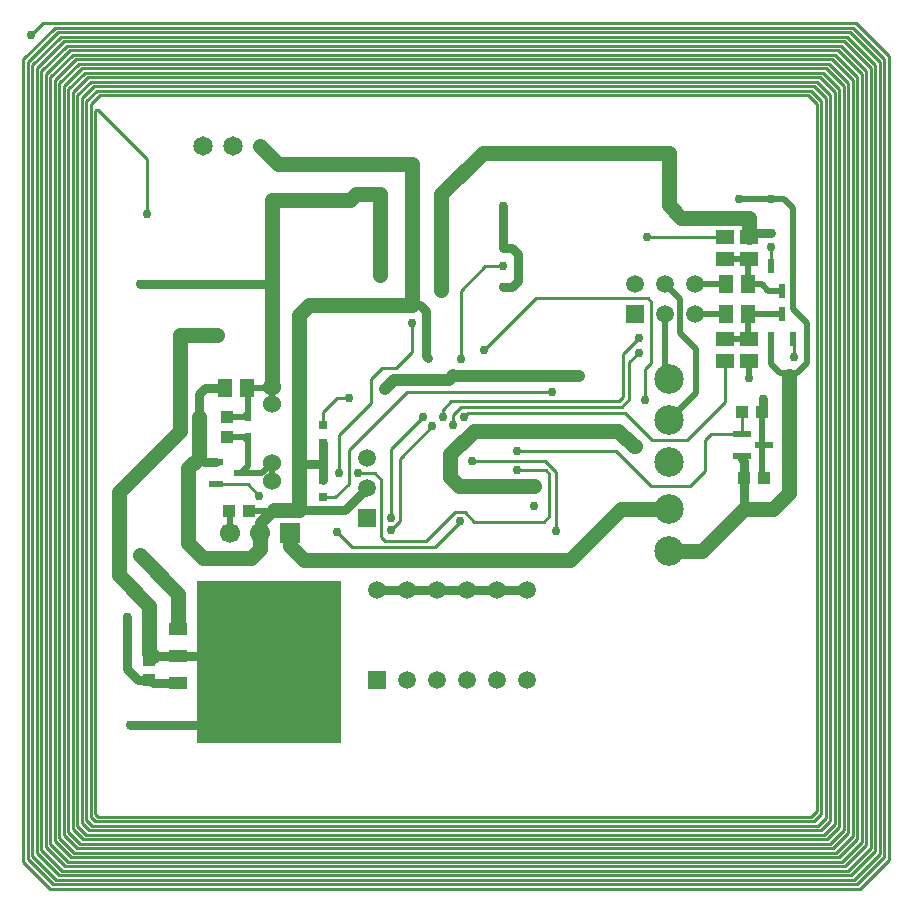
<source format=gbl>
%FSDAX24Y24*%
%MOIN*%
%SFA1B1*%

%IPPOS*%
%ADD11C,0.010000*%
%ADD22R,0.039400X0.043300*%
%ADD24R,0.043300X0.039400*%
%ADD26R,0.051200X0.059100*%
%ADD33R,0.051200X0.023600*%
%ADD35R,0.059100X0.051200*%
%ADD64C,0.030000*%
%ADD65C,0.050000*%
%ADD66C,0.020000*%
%ADD69C,0.059100*%
%ADD70R,0.059100X0.059100*%
%ADD71R,0.066900X0.066900*%
%ADD72C,0.066900*%
%ADD73C,0.060000*%
%ADD74C,0.059100*%
%ADD75R,0.059100X0.059100*%
%ADD76R,0.059100X0.059100*%
%ADD77C,0.065000*%
%ADD78C,0.098400*%
%ADD79C,0.030000*%
%ADD80R,0.023600X0.051200*%
%ADD81R,0.059100X0.023600*%
%ADD82R,0.061000X0.043300*%
%ADD83R,0.061000X0.043300*%
%ADD84R,0.061000X0.135800*%
%ADD85R,0.031500X0.031500*%
%ADD86R,0.021700X0.057100*%
%ADD87C,0.040000*%
%ADD88R,0.480000X0.543000*%
%LNde-150824-1*%
%LPD*%
G54D11*
X010400Y011250D02*
Y038000D01*
X011300Y010350D02*
X038300D01*
X010400Y011250D02*
X011300Y010350D01*
X010550Y011350D02*
Y037900D01*
Y011350D02*
X011400Y010500D01*
X038200*
X010700Y011450D02*
Y037800D01*
Y011450D02*
X011500Y010650D01*
X038100*
X010850Y011550D02*
Y037700D01*
X011600Y010800D02*
X038000D01*
X010850Y011550D02*
X011600Y010800D01*
X011000Y011650D02*
Y037600D01*
Y011650D02*
X011700Y010950D01*
X037900*
X011150Y011750D02*
X011800Y011100D01*
X037800*
X011150Y011750D02*
Y037500D01*
X011300Y011850D02*
X011900Y011250D01*
X037700*
X011300Y011850D02*
Y037400D01*
X012000Y011400D02*
X037600D01*
X011450Y011950D02*
Y037300D01*
Y011950D02*
X012000Y011400D01*
X011600Y012050D02*
Y037200D01*
X012100Y011550D02*
X037500D01*
X011600Y012050D02*
X012100Y011550D01*
X011750Y012150D02*
X012200Y011700D01*
X037400*
X011750Y012150D02*
Y037100D01*
X012300Y011850D02*
X037300D01*
X011900Y012250D02*
Y037000D01*
Y012250D02*
X012300Y011850D01*
X012050Y012350D02*
Y036900D01*
X012400Y012000D02*
X037200D01*
X012050Y012350D02*
X012400Y012000D01*
X012200Y012450D02*
Y036800D01*
X012500Y012150D02*
X037100D01*
X012200Y012450D02*
X012500Y012150D01*
X012650Y012750D02*
Y036500D01*
X012800Y012600D02*
X036750D01*
X012650Y012750D02*
X012800Y012600D01*
Y012850D02*
Y036285D01*
X012900Y012750D02*
X036650D01*
X012800Y012850D02*
X012900Y012750D01*
X012350Y012550D02*
X012600Y012300D01*
X037000*
X012350Y012550D02*
Y036700D01*
X037000Y012300D02*
X037300Y012600D01*
Y036800*
X037450Y012500D02*
Y036900D01*
X037100Y012150D02*
X037450Y012500D01*
X037600Y012400D02*
Y037000D01*
X037200Y012000D02*
X037600Y012400D01*
X037750Y012300D02*
Y037100D01*
X037300Y011850D02*
X037750Y012300D01*
X037900Y012200D02*
Y037200D01*
X037400Y011700D02*
X037900Y012200D01*
X037500Y011550D02*
X038050Y012100D01*
Y037300*
X038200Y012000D02*
Y037400D01*
X037600Y011400D02*
X038200Y012000D01*
X037700Y011250D02*
X038350Y011900D01*
Y037500*
X037800Y011100D02*
X038500Y011800D01*
Y037600*
X037900Y010950D02*
X038650Y011700D01*
Y037700*
X038800Y011600D02*
Y037800D01*
X038000Y010800D02*
X038800Y011600D01*
X038950Y011500D02*
Y037900D01*
X038100Y010650D02*
X038950Y011500D01*
X039100Y011400D02*
Y038000D01*
X038200Y010500D02*
X039100Y011400D01*
X039250Y011300D02*
Y038100D01*
X038300Y010350D02*
X039250Y011300D01*
X012700Y012450D02*
X036900D01*
X037150Y012700D02*
Y036700D01*
X036900Y012450D02*
X037150Y012700D01*
X037000Y012850D02*
Y036600D01*
X036750Y012600D02*
X037000Y012850D01*
X036650Y012750D02*
X036850Y012950D01*
Y036500*
X012500Y012650D02*
X012700Y012450D01*
X036950Y037400D02*
X037450Y036900D01*
X012550Y037400D02*
X036950D01*
X037050Y037550D02*
X037600Y037000D01*
X012450Y037550D02*
X037050D01*
X012350Y037700D02*
X037150D01*
X037750Y037100*
X037250Y037850D02*
X037900Y037200D01*
X012250Y037850D02*
X037250D01*
X037350Y038000D02*
X038050Y037300D01*
X012150Y038000D02*
X037350D01*
X037450Y038150D02*
X038200Y037400D01*
X012050Y038150D02*
X037450D01*
X037550Y038300D02*
X038350Y037500D01*
X011950Y038300D02*
X037550D01*
X011850Y038450D02*
X037650D01*
X038500Y037600*
X011750Y038600D02*
X037750D01*
X038650Y037700*
X011650Y038750D02*
X037850D01*
X038800Y037800*
X011550Y038900D02*
X037950D01*
X038950Y037900*
X038050Y039050D02*
X039100Y038000D01*
X011450Y039050D02*
X038050D01*
X036850Y037250D02*
X037300Y036800D01*
X012650Y037250D02*
X036850D01*
X036750Y037100D02*
X037150Y036700D01*
X012750Y037100D02*
X036750D01*
X036650Y036950D02*
X037000Y036600D01*
X012850Y036950D02*
X036650D01*
X036550Y036800D02*
X036850Y036500D01*
X012950Y036800D02*
X036550D01*
X038150Y039200D02*
X039250Y038100D01*
X011050Y039200D02*
X038150D01*
X012650Y036500D02*
X012950Y036800D01*
X012500Y036600D02*
X012850Y036950D01*
X012500Y012650D02*
Y036600D01*
X012350Y036700D02*
X012750Y037100D01*
X012200Y036800D02*
X012650Y037250D01*
X012050Y036900D02*
X012550Y037400D01*
X011900Y037000D02*
X012450Y037550D01*
X011750Y037100D02*
X012350Y037700D01*
X011600Y037200D02*
X012250Y037850D01*
X011450Y037300D02*
X012150Y038000D01*
X011300Y037400D02*
X012050Y038150D01*
X011150Y037500D02*
X011950Y038300D01*
X011000Y037600D02*
X011850Y038450D01*
X010850Y037700D02*
X011750Y038600D01*
X010700Y037800D02*
X011650Y038750D01*
X010550Y037900D02*
X011550Y038900D01*
X012800Y036285D02*
X012840Y036325D01*
X012895D02*
X014540Y034680D01*
X012840Y036325D02*
X012895D01*
X010400Y038000D02*
X011450Y039050D01*
X010650Y038800D02*
X011050Y039200D01*
X025800Y031100D02*
X026400D01*
X020400Y025795D02*
Y026250D01*
X022650Y022300D02*
X022960Y022610D01*
Y024690*
X024030Y025760*
X022650Y022724D02*
Y025020D01*
X034365Y025537D02*
Y026250D01*
X034352Y025524D02*
X034365Y025537D01*
X033120Y025310D02*
X033334Y025524D01*
X034352*
X031200Y032070D02*
X033796D01*
X033800Y032074*
X034574Y031300D02*
X034600Y031326D01*
X035330Y031117D02*
Y031750D01*
X035326Y031113D02*
X035330Y031117D01*
X022650Y025020D02*
X023710Y026080D01*
X024030Y025760D02*
Y025790D01*
X032620Y023790D02*
X033120Y024290D01*
Y025310*
X033800Y026590D02*
Y027926D01*
X032510Y025300D02*
X033800Y026590D01*
X031370Y025300D02*
X032510D01*
X024730Y025800D02*
Y026154D01*
X030270Y026610D02*
X030408Y026748D01*
X024380Y026080D02*
Y026320D01*
X024670Y026610*
X030270*
X024730Y026154D02*
X024986Y026410D01*
X030353*
X030608Y026665*
X036090Y028080D02*
Y028671D01*
X036074Y028687D02*
X036090Y028671D01*
X020400Y023400D02*
X020800D01*
X016837Y023826D02*
X017884D01*
X018270Y023440*
X024972Y022572D02*
Y022608D01*
X024980Y028020D02*
Y030280D01*
X025800Y031100*
X023200Y026910D02*
X028030D01*
X030608Y026665D02*
Y027898D01*
X025370Y024610D02*
X025390Y024630D01*
X030608Y027898D02*
X030930Y028220D01*
X031220Y030030D02*
X031330Y029920D01*
X031130Y026630D02*
Y027690D01*
X031330Y027890*
Y029920*
X030408Y026748D02*
Y028177D01*
X030930Y028700*
X025760Y028310D02*
X027480Y030030D01*
X031220*
X025430Y024590D02*
X025453Y024613D01*
X026850Y024313D02*
X027817D01*
X020860Y022250D02*
X021370Y021740D01*
X024140*
X024972Y022572*
X022330Y022080D02*
Y023980D01*
Y022080D02*
X022470Y021940D01*
X023840*
X024808Y022908*
X025112*
X025430Y022590*
X027750*
X027817Y024313D02*
X027940Y024190D01*
X023360Y028240D02*
Y029220D01*
X022830Y027710D02*
X023360Y028240D01*
X022360Y027710D02*
X022830D01*
X021990Y027340D02*
X022360Y027710D01*
X020800Y023400D02*
X021250Y023850D01*
Y024960*
X023200Y026910*
X020910Y024200D02*
Y025460D01*
X022110Y024200D02*
X022330Y023980D01*
X021560Y024200D02*
X022110D01*
X020400Y026250D02*
X020850Y026700D01*
X021250*
X020910Y025460D02*
X021990Y026540D01*
Y027340*
X027750Y022590D02*
X027940Y022780D01*
Y024190*
X025453Y024613D02*
X027800D01*
X028160Y024253*
Y022280D02*
Y024253D01*
X026850Y024930D02*
X030170D01*
X031310Y023790*
X032620*
X030460Y026210D02*
X031370Y025300D01*
X025090Y026090D02*
X025210Y026210D01*
X030460*
X014540Y032840D02*
Y034680D01*
X025390Y024630D02*
X025430Y024590D01*
G54D22*
X017200Y025415D03*
Y026085D03*
X014600Y017315D03*
Y017985D03*
G54D24*
X034365Y026250D03*
X035035D03*
X017935Y022950D03*
X017265D03*
X034415Y024050D03*
X035085D03*
G54D26*
X034574Y030500D03*
X033826D03*
X034574Y029500D03*
X033826D03*
X017874Y027050D03*
X017126D03*
G54D33*
X016837Y023826D03*
Y024574D03*
X017663Y024200D03*
G54D35*
X033800Y032074D03*
Y031326D03*
Y027926D03*
Y028674D03*
X034600Y031326D03*
Y032074D03*
Y028674D03*
Y027926D03*
G54D64*
X023820Y028096D02*
X023883Y028033D01*
X023820Y028096D02*
Y029610D01*
X026400Y031700D02*
Y033100D01*
Y031700D02*
X026700D01*
X026900Y031500*
Y030600D02*
Y031500D01*
X026700Y030400D02*
X026900Y030600D01*
X026400Y030400D02*
X026700D01*
X013950Y015800D02*
X016500D01*
X014600Y017315D02*
X014721Y017194D01*
X015571*
X014715Y018100D02*
X015571D01*
X017050*
X016450Y027050D02*
X017126D01*
X016250Y026850D02*
X016450Y027050D01*
X016250Y024750D02*
X016426Y024574D01*
X016837*
X034352Y024660D02*
X034415Y024597D01*
X034600Y032074D02*
X034726Y032200D01*
X035330*
X019600Y024350D02*
X019750Y024500D01*
X020400*
Y023991D02*
Y024500D01*
Y025205*
X021130Y022980D02*
X021850Y023700D01*
X019600Y022980D02*
X021130D01*
X016250Y026070D02*
Y026850D01*
X014225Y017315D02*
X014600D01*
X013850Y017690D02*
X014225Y017315D01*
X013850Y017690D02*
Y019410D01*
X015630Y028810D02*
X015640Y028800D01*
X014300Y030500D02*
X018700D01*
X022200Y020300D02*
X023200D01*
X024200*
X025200*
X026200*
X027200*
X034415Y022995D02*
Y024050D01*
Y024597*
X035000Y026285D02*
X035035Y026250D01*
X035050Y026335D02*
Y026680D01*
X023360Y029800D02*
X023630D01*
X023820Y029610*
X035000Y026285D02*
X035050Y026335D01*
G54D65*
X023350Y029800D02*
Y034500D01*
X018750Y022980D02*
X019600D01*
X019700Y033300D02*
X021300D01*
X021500Y033500*
X022300Y030800D02*
Y032100D01*
X021500Y033500D02*
X022300D01*
Y032100D02*
Y033500D01*
X018900Y034500D02*
X023350D01*
X018300Y035100D02*
X018900Y034500D01*
X018300Y021680D02*
Y022200D01*
X017980Y021360D02*
X018300Y021680D01*
X016390Y021360D02*
X017980D01*
X015890Y021860D02*
X016390Y021360D01*
X015890Y021860D02*
Y024360D01*
X016250Y024720*
Y024750*
Y026070*
X014280Y021480D02*
X015571Y020189D01*
Y019130D02*
Y020189D01*
X015640Y028800D02*
X016860D01*
X018700Y027091D02*
Y030500D01*
Y033300D02*
X019700D01*
X018700Y030500D02*
Y033300D01*
X031922Y021622D02*
X033042D01*
X034415Y022995*
X024630Y024080D02*
Y024840D01*
X034415Y022995D02*
X035385D01*
X031910Y033150D02*
Y034890D01*
X034600Y032074D02*
Y032720D01*
X028910Y025620D02*
X030240D01*
X025410D02*
X028910D01*
X024630Y024840D02*
X025410Y025620D01*
X024340Y030320D02*
Y033520D01*
X025710Y034890*
X031910*
X024630Y024080D02*
X024925Y023785D01*
X027430*
X019300Y021790D02*
Y022200D01*
Y021790D02*
X019770Y021320D01*
X019600Y029470D02*
X019930Y029800D01*
X019600Y022980D02*
Y024350D01*
Y029470*
X019930Y029800D02*
X023350D01*
X023360*
X030240Y025620D02*
X030750Y025110D01*
X030780*
X019770Y021320D02*
X028640D01*
X030320Y023000*
X031922*
X031910Y033150D02*
X032340Y032720D01*
X034600*
X035385Y022995D02*
X035940Y023550D01*
Y027430*
X014600Y018215D02*
Y019790D01*
X013580Y020810D02*
X014600Y019790D01*
X013580Y020810D02*
Y023560D01*
X015630Y025610*
Y028810*
X014600Y018215D02*
X014715Y018100D01*
G54D66*
X017935Y022950D02*
X018720D01*
X018750Y022980*
X034250Y033340D02*
X035760D01*
X017200Y026085D02*
X017772D01*
X017900Y026213*
Y027024*
X017874Y027050D02*
X017900Y027024D01*
X017874Y027050D02*
X018659D01*
X018700Y027091*
Y026500D02*
Y027091D01*
Y026500D02*
D01*
X017200Y025415D02*
X017772D01*
X017900Y025287*
X018700Y023941D02*
Y024532D01*
Y023941D02*
D01*
X017300Y022200D02*
Y022915D01*
X017265Y022950D02*
X017300Y022915D01*
X033800Y031326D02*
X034600D01*
X017663Y024200D02*
X017900Y024437D01*
Y025287*
X017663Y024200D02*
X018369D01*
X018700Y024532*
X035035Y024100D02*
X035085Y024050D01*
X032800Y030500D02*
X033826D01*
X032800Y029500D02*
X033826D01*
X031800Y027478D02*
Y029500D01*
Y027478D02*
X031922Y027356D01*
X031800Y030500D02*
X032295Y030005D01*
Y028865D02*
Y030005D01*
Y028865D02*
X032830Y028330D01*
Y026886D02*
Y028330D01*
X031922Y025978D02*
X032830Y026886D01*
X033800Y028674D02*
X034600D01*
X034574Y028700D02*
Y029500D01*
Y028700D02*
X034600Y028674D01*
X034574Y029500D02*
X035687D01*
X035700Y029513*
X034574Y030500D02*
Y031300D01*
Y030500D02*
X035020D01*
X035233Y030287*
X035700*
X036074Y029666D02*
Y031113D01*
Y029666D02*
X036530Y029210D01*
Y027870D02*
Y029210D01*
X036200Y027540D02*
X036530Y027870D01*
X035326Y027834D02*
X035620Y027540D01*
X035326Y027834D02*
Y028687D01*
X035620Y027540D02*
X036200D01*
X034600Y027360D02*
Y027926D01*
X036074Y031113D02*
Y033026D01*
X035760Y033340D02*
X036074Y033026D01*
X035035Y024100D02*
Y026250D01*
G54D69*
X032800Y030500D03*
Y029500D03*
X031800Y030500D03*
Y029500D03*
X030800Y030500D03*
X027200Y020300D03*
X026200D03*
X025200D03*
X024200D03*
X023200D03*
X022200D03*
X027200Y017300D03*
X021850Y023700D03*
Y024700D03*
G54D70*
X030800Y029500D03*
G54D71*
X019300Y022200D03*
G54D72*
X018300Y022200D03*
X017300D03*
G54D73*
X018700Y026494D03*
Y024526D03*
X018690Y027085D03*
Y023935D03*
G54D74*
X026200Y017300D03*
X025200D03*
X024200D03*
X023200D03*
G54D75*
X022200Y017300D03*
G54D76*
X021850Y022700D03*
G54D77*
X016400Y035100D03*
X017400D03*
G54D78*
X031920Y027348D03*
Y025970D03*
Y024592D03*
Y022999D03*
Y021621D03*
G54D79*
X010650Y038800D03*
X023883Y028033D03*
X014300Y030500D03*
X018300Y035100D03*
X019700Y033300D03*
X022300Y032100D03*
Y030800D03*
X026400Y033100D03*
Y031700D03*
Y030400D03*
Y031100D03*
X023350Y034500D03*
X013950Y015800D03*
X022300Y033500D03*
X022650Y022300D03*
Y022724D03*
X026850Y024930D03*
X031200Y032070D03*
X036090Y028080D03*
X035330Y031750D03*
X025090Y026090D03*
X024730Y025800D03*
X023710Y026080D03*
X024380D03*
X024030Y025790D03*
X031910Y034890D03*
X035330Y032200D03*
X028030Y026910D03*
X025370Y024610D03*
X027430Y023785D03*
X027420Y023100D03*
X016250Y026070D03*
X018270Y023440D03*
X020860Y022250D03*
X024972Y022608D03*
X014280Y021480D03*
X013850Y019410D03*
X015630Y028810D03*
X016860Y028800D03*
X023360Y029800D03*
X024980Y028020D03*
X022465Y027000D03*
X035050Y026680D03*
X030930Y028700D03*
X034600Y027360D03*
X028910Y025620D03*
Y027440D03*
X024340Y030320D03*
X025760Y028310D03*
X031130Y026630D03*
X030930Y028220D03*
X026850Y024313D03*
X023360Y029220D03*
X021560Y024200D03*
X020910D03*
X021250Y026700D03*
X035330Y033350D03*
X030780Y025110D03*
X028160Y022280D03*
X014540Y032840D03*
X034250Y033340D03*
G54D80*
X036074Y028687D03*
X035326D03*
X035700Y029513D03*
X035326Y031113D03*
X036074D03*
X035700Y030287D03*
G54D81*
X035094Y025150D03*
X034346Y025524D03*
Y024776D03*
G54D82*
X015571Y017194D03*
G54D83*
X015571Y018100D03*
Y019006D03*
G54D84*
X018229Y018100D03*
G54D85*
X020400Y025205D03*
Y025795D03*
Y023985D03*
Y023395D03*
G54D86*
X017900Y025287D03*
Y026213D03*
G54D87*
X018320Y022550D02*
X018720Y022950D01*
X018300Y022200D02*
X018320Y022220D01*
Y022550*
X022760Y027300D02*
X024580D01*
X022465Y027005D02*
X022760Y027300D01*
X022465Y027000D02*
Y027005D01*
X024580Y027300D02*
X024740Y027460D01*
X024760Y027440*
X028910*
G54D88*
X018600Y017915D03*
M02*
</source>
